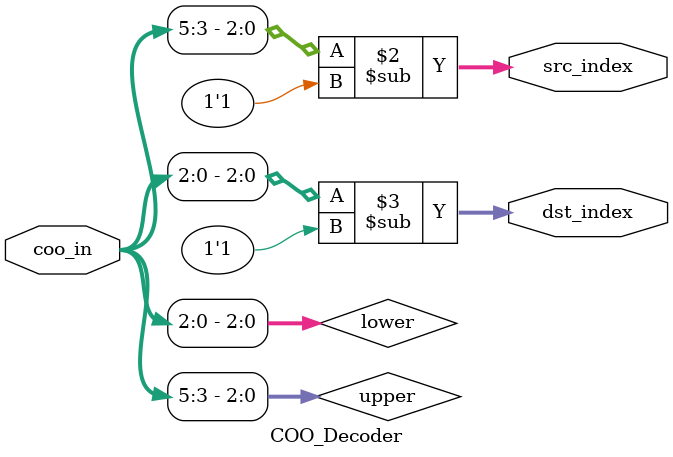
<source format=sv>
module COO_Decoder
  #(parameter COO_BW = 3,  // Bit width for each COO field
    parameter FEATURE_WIDTH = 3,  // Bit width for feature row indices
    parameter bit COO_ONE_INDEXED = 1  // 1 if COO uses 1-6, 0 if uses 0-5
)
(
  input  logic [2*COO_BW-1:0] coo_in,            // Packed: {row0, row1}
  output logic [FEATURE_WIDTH-1:0] src_index,    // Source index (0-indexed)
  output logic [FEATURE_WIDTH-1:0] dst_index     // Destination index (0-indexed)
);

  // Extract upper and lower fields from packed input
  // Testbench: coo_in = {coo_matrix_mem[0], coo_matrix_mem[1]}
  // Upper bits [5:3] = row0 = sources
  // Lower bits [2:0] = row1 = destinations
  logic [COO_BW-1:0] upper;
  logic [COO_BW-1:0] lower;
  
  assign upper = coo_in[2*COO_BW-1:COO_BW];  // [5:3] = row0 = sources
  assign lower = coo_in[COO_BW-1:0];         // [2:0] = row1 = destinations
  
  // Convert from 1-indexed to 0-indexed
  always_comb begin
    if (COO_ONE_INDEXED) begin
      src_index = upper - 1'b1;  // row0 (upper) is source
      dst_index = lower - 1'b1;  // row1 (lower) is destination
    end
    else begin
      src_index = upper;  // Already 0-indexed
      dst_index = lower;
    end
  end

endmodule

</source>
